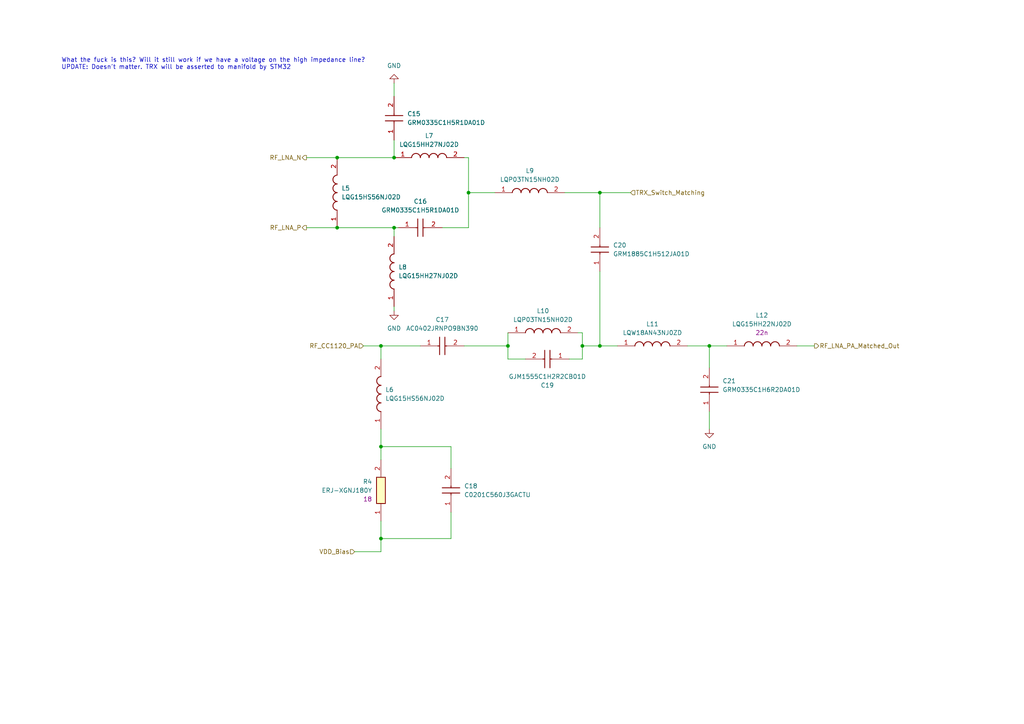
<source format=kicad_sch>
(kicad_sch (version 20230121) (generator eeschema)
  (paper "A4")
  (lib_symbols
    (symbol "Comms_system_parts:AC0402JRNPO9BN390" (pin_names hide)
      (property "Reference" "C" (at 8.89 6.35 0))
      (property "Value" "AC0402JRNPO9BN390" (at 8.89 3.81 0))
      (symbol "AC0402JRNPO9BN390_1_1"
        (polyline (pts (xy 5.08 0) (xy 5.588 0)) (stroke (width 0.254)))
        (polyline (pts (xy 5.588 2.54) (xy 5.588 -2.54)) (stroke (width 0.254)))
        (polyline (pts (xy 7.112 0) (xy 7.62 0)) (stroke (width 0.254)))
        (polyline (pts (xy 7.112 2.54) (xy 7.112 -2.54)) (stroke (width 0.254)))
        (pin passive line (at 0 0 0) (length 5.08) (name "1") (number "1"))
        (pin passive line (at 12.7 0 180) (length 5.08) (name "2") (number "2"))
      )
    )
    (symbol "Comms_system_parts:C0201C560J3GACTU" (pin_names hide)
      (property "Reference" "C" (at 8.89 6.35 0))
      (property "Value" "C0201C560J3GACTU" (at 8.89 3.81 0))
      (symbol "C0201C560J3GACTU_1_1"
        (polyline (pts (xy 5.08 0) (xy 5.588 0)) (stroke (width 0.254)))
        (polyline (pts (xy 5.588 2.54) (xy 5.588 -2.54)) (stroke (width 0.254)))
        (polyline (pts (xy 7.112 0) (xy 7.62 0)) (stroke (width 0.254)))
        (polyline (pts (xy 7.112 2.54) (xy 7.112 -2.54)) (stroke (width 0.254)))
        (pin passive line (at 0 0 0) (length 5.08) (name "1") (number "1"))
        (pin passive line (at 12.7 0 180) (length 5.08) (name "2") (number "2"))
      )
    )
    (symbol "Comms_system_parts:ERJ-XGNJ180Y" (pin_names hide)
      (property "Reference" "R" (at 13.97 8.89 0))
      (property "Value" "ERJ-XGNJ180Y" (at 13.97 6.35 0))
      (property "R" "18" (at 13.97 3.81 0))
      (symbol "ERJ-XGNJ180Y_1_1"
        (rectangle (start 5.08 1.27) (end 12.7 -1.27) (stroke (width 0.254)) (fill (type background)))
        (pin passive line (at 0 0 0) (length 5.08) (name "1") (number "1"))
        (pin passive line (at 17.78 0 180) (length 5.08) (name "2") (number "2"))
      )
    )
    (symbol "Comms_system_parts:GJM1555C1H2R2CB01D" (pin_names hide)
      (property "Reference" "C" (at 8.89 6.35 0))
      (property "Value" "GJM1555C1H2R2CB01D" (at 8.89 3.81 0))
      (symbol "GJM1555C1H2R2CB01D_1_1"
        (polyline (pts (xy 5.08 0) (xy 5.588 0)) (stroke (width 0.254)))
        (polyline (pts (xy 5.588 2.54) (xy 5.588 -2.54)) (stroke (width 0.254)))
        (polyline (pts (xy 7.112 0) (xy 7.62 0)) (stroke (width 0.254)))
        (polyline (pts (xy 7.112 2.54) (xy 7.112 -2.54)) (stroke (width 0.254)))
        (pin passive line (at 0 0 0) (length 5.08) (name "1") (number "1"))
        (pin passive line (at 12.7 0 180) (length 5.08) (name "2") (number "2"))
      )
    )
    (symbol "Comms_system_parts:GRM0335C1H5R1DA01D" (pin_names hide)
      (property "Reference" "C" (at 8.89 6.35 0))
      (property "Value" "GRM0335C1H5R1DA01D" (at 8.89 3.81 0))
      (symbol "GRM0335C1H5R1DA01D_1_1"
        (polyline (pts (xy 5.08 0) (xy 5.588 0)) (stroke (width 0.254)))
        (polyline (pts (xy 5.588 2.54) (xy 5.588 -2.54)) (stroke (width 0.254)))
        (polyline (pts (xy 7.112 0) (xy 7.62 0)) (stroke (width 0.254)))
        (polyline (pts (xy 7.112 2.54) (xy 7.112 -2.54)) (stroke (width 0.254)))
        (pin passive line (at 0 0 0) (length 5.08) (name "1") (number "1"))
        (pin passive line (at 12.7 0 180) (length 5.08) (name "2") (number "2"))
      )
    )
    (symbol "Comms_system_parts:GRM0335C1H6R2DA01D" (pin_names hide)
      (property "Reference" "C" (at 8.89 6.35 0))
      (property "Value" "GRM0335C1H6R2DA01D" (at 8.89 3.81 0))
      (property "Footprint" "comms_system_footprints:CAPC0603X33N" (at 8.89 -96.19 0))
      (symbol "GRM0335C1H6R2DA01D_1_1"
        (polyline (pts (xy 5.08 0) (xy 5.588 0)) (stroke (width 0.254)))
        (polyline (pts (xy 5.588 2.54) (xy 5.588 -2.54)) (stroke (width 0.254)))
        (polyline (pts (xy 7.112 0) (xy 7.62 0)) (stroke (width 0.254)))
        (polyline (pts (xy 7.112 2.54) (xy 7.112 -2.54)) (stroke (width 0.254)))
        (pin passive line (at 0 0 0) (length 5.08) (name "1") (number "1"))
        (pin passive line (at 12.7 0 180) (length 5.08) (name "2") (number "2"))
      )
    )
    (symbol "Comms_system_parts:GRM1885C1H512JA01D" (pin_names hide)
      (property "Reference" "C" (at 8.89 6.35 0))
      (property "Value" "GRM1885C1H512JA01D" (at 8.89 3.81 0))
      (symbol "GRM1885C1H512JA01D_1_1"
        (polyline (pts (xy 5.08 0) (xy 5.588 0)) (stroke (width 0.254)))
        (polyline (pts (xy 5.588 2.54) (xy 5.588 -2.54)) (stroke (width 0.254)))
        (polyline (pts (xy 7.112 0) (xy 7.62 0)) (stroke (width 0.254)))
        (polyline (pts (xy 7.112 2.54) (xy 7.112 -2.54)) (stroke (width 0.254)))
        (pin passive line (at 0 0 0) (length 5.08) (name "1") (number "1"))
        (pin passive line (at 12.7 0 180) (length 5.08) (name "2") (number "2"))
      )
    )
    (symbol "Comms_system_parts:LQG15HH22NJ02D" (pin_names hide)
      (property "Reference" "L" (at 16.51 8.89 0))
      (property "Value" "LQG15HH22NJ02D" (at 16.51 6.35 0))
      (property "L" "22n" (at 16.51 3.81 0))
      (symbol "LQG15HH22NJ02D_1_1"
        (arc (start 7.62 0) (mid 6.35 1.219) (end 5.08 0) (stroke (width 0.254)))
        (arc (start 10.16 0) (mid 8.89 1.219) (end 7.62 0) (stroke (width 0.254)))
        (arc (start 12.7 0) (mid 11.43 1.219) (end 10.16 0) (stroke (width 0.254)))
        (arc (start 15.24 0) (mid 13.97 1.219) (end 12.7 0) (stroke (width 0.254)))
        (pin passive line (at 0 0 0) (length 5.08) (name "1") (number "1"))
        (pin passive line (at 20.32 0 180) (length 5.08) (name "2") (number "2"))
      )
    )
    (symbol "Comms_system_parts:LQG15HH27NJ02D" (pin_names hide)
      (property "Reference" "L" (at 16.51 6.35 0))
      (property "Value" "LQG15HH27NJ02D" (at 16.51 3.81 0))
      (symbol "LQG15HH27NJ02D_1_1"
        (arc (start 7.62 0) (mid 6.35 1.219) (end 5.08 0) (stroke (width 0.254)))
        (arc (start 10.16 0) (mid 8.89 1.219) (end 7.62 0) (stroke (width 0.254)))
        (arc (start 12.7 0) (mid 11.43 1.219) (end 10.16 0) (stroke (width 0.254)))
        (arc (start 15.24 0) (mid 13.97 1.219) (end 12.7 0) (stroke (width 0.254)))
        (pin passive line (at 0 0 0) (length 5.08) (name "1") (number "1"))
        (pin passive line (at 20.32 0 180) (length 5.08) (name "2") (number "2"))
      )
    )
    (symbol "Comms_system_parts:LQG15HS56NJ02D" (pin_names hide)
      (property "Reference" "L" (at 16.51 6.35 0))
      (property "Value" "LQG15HS56NJ02D" (at 16.51 3.81 0))
      (symbol "LQG15HS56NJ02D_1_1"
        (arc (start 7.62 0) (mid 6.35 1.219) (end 5.08 0) (stroke (width 0.254)))
        (arc (start 10.16 0) (mid 8.89 1.219) (end 7.62 0) (stroke (width 0.254)))
        (arc (start 12.7 0) (mid 11.43 1.219) (end 10.16 0) (stroke (width 0.254)))
        (arc (start 15.24 0) (mid 13.97 1.219) (end 12.7 0) (stroke (width 0.254)))
        (pin passive line (at 0 0 0) (length 5.08) (name "1") (number "1"))
        (pin passive line (at 20.32 0 180) (length 5.08) (name "2") (number "2"))
      )
    )
    (symbol "Comms_system_parts:LQP03TN15NH02D" (pin_names hide)
      (property "Reference" "L" (at 16.51 6.35 0))
      (property "Value" "LQP03TN15NH02D" (at 16.51 3.81 0))
      (symbol "LQP03TN15NH02D_1_1"
        (arc (start 7.62 0) (mid 6.35 1.219) (end 5.08 0) (stroke (width 0.254)))
        (arc (start 10.16 0) (mid 8.89 1.219) (end 7.62 0) (stroke (width 0.254)))
        (arc (start 12.7 0) (mid 11.43 1.219) (end 10.16 0) (stroke (width 0.254)))
        (arc (start 15.24 0) (mid 13.97 1.219) (end 12.7 0) (stroke (width 0.254)))
        (pin passive line (at 0 0 0) (length 5.08) (name "1") (number "1"))
        (pin passive line (at 20.32 0 180) (length 5.08) (name "2") (number "2"))
      )
    )
    (symbol "Comms_system_parts:LQW18AN43NJ0ZD" (pin_names hide)
      (property "Reference" "L" (at 16.51 6.35 0))
      (property "Value" "LQW18AN43NJ0ZD" (at 16.51 3.81 0))
      (symbol "LQW18AN43NJ0ZD_1_1"
        (arc (start 7.62 0) (mid 6.35 1.219) (end 5.08 0) (stroke (width 0.254)))
        (arc (start 10.16 0) (mid 8.89 1.219) (end 7.62 0) (stroke (width 0.254)))
        (arc (start 12.7 0) (mid 11.43 1.219) (end 10.16 0) (stroke (width 0.254)))
        (arc (start 15.24 0) (mid 13.97 1.219) (end 12.7 0) (stroke (width 0.254)))
        (pin passive line (at 0 0 0) (length 5.08) (name "1") (number "1"))
        (pin passive line (at 20.32 0 180) (length 5.08) (name "2") (number "2"))
      )
    )
    (symbol "power:GND" (power) (pin_names (offset 0))
      (property "Value" "GND" (at 0 -3.81 0))
      (symbol "GND_0_1"
        (polyline (pts (xy 0 0) (xy 0 -1.27) (xy 1.27 -1.27) (xy 0 -2.54) (xy -1.27 -1.27) (xy 0 -1.27)))
      )
      (symbol "GND_1_1"
        (pin power_in line (at 0 0 270) (length 0) hide (name "GND") (number "1"))
      )
    )
  )
  (junction (at 135.89 55.88))
  (junction (at 110.49 100.33))
  (junction (at 173.99 100.33))
  (junction (at 168.91 100.33))
  (junction (at 110.49 156.21))
  (junction (at 97.79 66.04))
  (junction (at 114.3 66.04))
  (junction (at 114.3 45.72))
  (junction (at 173.99 55.88))
  (junction (at 147.32 100.33))
  (junction (at 205.74 100.33))
  (junction (at 97.79 45.72))
  (junction (at 110.49 129.54))
  (wire (pts (xy 88.9 66.04) (xy 97.79 66.04)))
  (wire (pts (xy 114.3 40.64) (xy 114.3 45.72)))
  (wire (pts (xy 168.91 100.33) (xy 173.99 100.33)))
  (wire (pts (xy 173.99 78.74) (xy 173.99 100.33)))
  (wire (pts (xy 110.49 124.46) (xy 110.49 129.54)))
  (wire (pts (xy 114.3 66.04) (xy 114.3 68.58)))
  (wire (pts (xy 205.74 100.33) (xy 210.82 100.33)))
  (wire (pts (xy 173.99 55.88) (xy 182.88 55.88)))
  (wire (pts (xy 97.79 66.04) (xy 114.3 66.04)))
  (wire (pts (xy 199.39 100.33) (xy 205.74 100.33)))
  (wire (pts (xy 102.87 160.02) (xy 110.49 160.02)))
  (wire (pts (xy 110.49 100.33) (xy 121.92 100.33)))
  (wire (pts (xy 205.74 119.38) (xy 205.74 124.46)))
  (wire (pts (xy 173.99 55.88) (xy 173.99 66.04)))
  (wire (pts (xy 110.49 151.13) (xy 110.49 156.21)))
  (wire (pts (xy 167.64 96.52) (xy 168.91 96.52)))
  (wire (pts (xy 135.89 45.72) (xy 134.62 45.72)))
  (wire (pts (xy 110.49 129.54) (xy 130.81 129.54)))
  (wire (pts (xy 135.89 55.88) (xy 143.51 55.88)))
  (wire (pts (xy 147.32 96.52) (xy 147.32 100.33)))
  (wire (pts (xy 130.81 148.59) (xy 130.81 156.21)))
  (wire (pts (xy 130.81 129.54) (xy 130.81 135.89)))
  (wire (pts (xy 110.49 160.02) (xy 110.49 156.21)))
  (wire (pts (xy 135.89 55.88) (xy 135.89 66.04)))
  (wire (pts (xy 114.3 27.94) (xy 114.3 24.13)))
  (wire (pts (xy 147.32 100.33) (xy 147.32 104.14)))
  (wire (pts (xy 147.32 104.14) (xy 152.4 104.14)))
  (wire (pts (xy 110.49 100.33) (xy 110.49 104.14)))
  (wire (pts (xy 114.3 88.9) (xy 114.3 90.17)))
  (wire (pts (xy 105.41 100.33) (xy 110.49 100.33)))
  (wire (pts (xy 168.91 96.52) (xy 168.91 100.33)))
  (wire (pts (xy 97.79 45.72) (xy 114.3 45.72)))
  (wire (pts (xy 88.9 45.72) (xy 97.79 45.72)))
  (wire (pts (xy 134.62 100.33) (xy 147.32 100.33)))
  (wire (pts (xy 163.83 55.88) (xy 173.99 55.88)))
  (wire (pts (xy 114.3 66.04) (xy 115.57 66.04)))
  (wire (pts (xy 231.14 100.33) (xy 236.22 100.33)))
  (wire (pts (xy 135.89 66.04) (xy 128.27 66.04)))
  (wire (pts (xy 110.49 129.54) (xy 110.49 133.35)))
  (wire (pts (xy 173.99 100.33) (xy 179.07 100.33)))
  (wire (pts (xy 110.49 156.21) (xy 130.81 156.21)))
  (wire (pts (xy 165.1 104.14) (xy 168.91 104.14)))
  (wire (pts (xy 135.89 45.72) (xy 135.89 55.88)))
  (wire (pts (xy 168.91 100.33) (xy 168.91 104.14)))
  (wire (pts (xy 205.74 100.33) (xy 205.74 106.68)))
  (text "What the fuck is this? Will it still work if we have a voltage on the high impedance line?\nUPDATE: Doesn't matter. TRX will be asserted to manifold by STM32\n" (at 17.78 20.32 0) (effects (font (size 1.27 1.27)) (justify left bottom)))
  (hierarchical_label "RF_LNA_PA_Matched_Out" (shape output) (at 236.22 100.33 0))
  (hierarchical_label "TRX_Switch_Matching" (shape input) (at 182.88 55.88 0))
  (hierarchical_label "RF_LNA_N" (shape output) (at 88.9 45.72 180))
  (hierarchical_label "VDD_Bias" (shape input) (at 102.87 160.02 180))
  (hierarchical_label "RF_CC1120_PA" (shape input) (at 105.41 100.33 180))
  (hierarchical_label "RF_LNA_P" (shape output) (at 88.9 66.04 180))
  (symbol (lib_id "Comms_system_parts:ERJ-XGNJ180Y") (at 110.49 151.13 270) (mirror x) (unit 1)
    (property "Reference" "R4" (at 107.95 139.7 90) (effects (justify right)))
    (property "Value" "ERJ-XGNJ180Y" (at 107.95 142.24 90) (effects (justify right)))
    (property "Footprint" "comms_system_footprints:ERJXG__01005_" (effects hide))
    (property "Datasheet" "https://industrial.panasonic.com/cdbs/www-data/pdf/RDA0000/AOA0000C301.pdf" (effects hide))
    (property "Height" "0.15" (effects hide))
    (property "Manufacturer_Name" "Panasonic" (effects hide))
    (property "Manufacturer_Part_Number" "ERJ-XGNJ180Y" (effects hide))
    (property "Mouser Part Number" "667-ERJ-XGNJ180Y" (effects hide))
    (property "Mouser Price/Stock" "https://www.mouser.co.uk/ProductDetail/Panasonic/ERJ-XGNJ180Y?qs=9gtMhpKs0nFk3pYNjHEbcQ%3D%3D" (effects hide))
    (property "R" "18" (at 107.95 144.78 90) (effects (justify right)))
  )
  (symbol (lib_id "Comms_system_parts:LQP03TN15NH02D") (at 143.51 55.88 0) (unit 1)
    (property "Reference" "L9" (at 153.67 49.53 0))
    (property "Value" "LQP03TN15NH02D" (at 153.67 52.07 0))
    (property "Footprint" "comms_system_footprints:LQP03TG3N1B02D" (effects hide))
    (property "Datasheet" "https://psearch.en.murata.com/inductor/product/LQP03TN15NH02%23.html" (effects hide))
    (property "Height" "0.33" (effects hide))
    (property "Manufacturer_Name" "Murata Electronics" (effects hide))
    (property "Manufacturer_Part_Number" "LQP03TN15NH02D" (effects hide))
    (property "Mouser Part Number" "81-LQP03TN15NH02D" (effects hide))
    (property "Mouser Price/Stock" "https://www.mouser.co.uk/ProductDetail/Murata-Electronics/LQP03TN15NH02D?qs=e%252BE4OD6MgMeWL5FI%252BNlREw%3D%3D" (effects hide))
    (property "Arrow Part Number" "LQP03TN15NH02D" (effects hide))
    (property "Arrow Price/Stock" "https://www.arrow.com/en/products/lqp03tn15nh02d/murata-manufacturing?region=nac" (effects hide))
  )
  (symbol (lib_id "Comms_system_parts:LQG15HH22NJ02D") (at 210.82 100.33 0) (unit 1)
    (property "Reference" "L12" (at 220.98 91.44 0))
    (property "Value" "LQG15HH22NJ02D" (at 220.98 93.98 0))
    (property "Footprint" "comms_system_footprints:LQG15WH0N7B02D" (effects hide))
    (property "Datasheet" "https://psearch.en.murata.com/inductor/product/LQG15HH22NJ02%23.html" (effects hide))
    (property "Height" "0.55" (effects hide))
    (property "Manufacturer_Name" "Murata Electronics" (effects hide))
    (property "Manufacturer_Part_Number" "LQG15HH22NJ02D" (effects hide))
    (property "Arrow Part Number" "LQG15HH22NJ02D" (effects hide))
    (property "Arrow Price/Stock" "https://www.arrow.com/en/products/lqg15hh22nj02d/murata-manufacturing" (effects hide))
    (property "L" "22n" (at 220.98 96.52 0))
  )
  (symbol (lib_id "Comms_system_parts:GRM0335C1H5R1DA01D") (at 115.57 66.04 0) (unit 1)
    (property "Reference" "C16" (at 121.92 58.42 0))
    (property "Value" "GRM0335C1H5R1DA01D" (at 121.92 60.96 0))
    (property "Footprint" "comms_system_footprints:CAPC0603X33N" (effects hide))
    (property "Datasheet" "http://www.murata.com/~/media/webrenewal/support/library/catalog/products/capacitor/mlcc/c02e.pdf" (effects hide))
    (property "Height" "0.33" (effects hide))
    (property "Manufacturer_Name" "Murata Electronics" (effects hide))
    (property "Manufacturer_Part_Number" "GRM0335C1H5R1DA01D" (effects hide))
  )
  (symbol (lib_id "Comms_system_parts:LQW18AN43NJ0ZD") (at 179.07 100.33 0) (unit 1)
    (property "Reference" "L11" (at 189.23 93.98 0))
    (property "Value" "LQW18AN43NJ0ZD" (at 189.23 96.52 0))
    (property "Footprint" "comms_system_footprints:LQW18AS10NG0CD" (effects hide))
    (property "Datasheet" "https://psearch.en.murata.com/inductor/product/LQW18AN43NJ0Z%23.html" (effects hide))
    (property "Height" "1" (effects hide))
    (property "Manufacturer_Name" "Murata Electronics" (effects hide))
    (property "Manufacturer_Part_Number" "LQW18AN43NJ0ZD" (effects hide))
    (property "Mouser Part Number" "81-LQW18AN43NJ0ZD" (effects hide))
    (property "Mouser Price/Stock" "https://www.mouser.com/Search/Refine.aspx?Keyword=81-LQW18AN43NJ0ZD" (effects hide))
  )
  (symbol (lib_id "Comms_system_parts:LQG15HH27NJ02D") (at 114.3 88.9 90) (unit 1)
    (property "Reference" "L8" (at 115.57 77.47 90) (effects (justify right)))
    (property "Value" "LQG15HH27NJ02D" (at 115.57 80.01 90) (effects (justify right)))
    (property "Footprint" "comms_system_footprints:LQG15WH0N7B02D" (effects hide))
    (property "Datasheet" "https://psearch.en.murata.com/inductor/product/LQG15HH27NJ02%23.html" (effects hide))
    (property "Height" "0.55" (effects hide))
    (property "Manufacturer_Name" "Murata Electronics" (effects hide))
    (property "Manufacturer_Part_Number" "LQG15HH27NJ02D" (effects hide))
    (property "Mouser Part Number" "81-LQG15HH27NJ02D" (effects hide))
    (property "Mouser Price/Stock" "https://www.mouser.co.uk/ProductDetail/Murata-Electronics/LQG15HH27NJ02D?qs=%2F%252BYoplLUB5ju6TVM7sObXw%3D%3D" (effects hide))
    (property "Arrow Part Number" "LQG15HH27NJ02D" (effects hide))
    (property "Arrow Price/Stock" "https://www.arrow.com/en/products/lqg15hh27nj02d/murata-manufacturing" (effects hide))
  )
  (symbol (lib_id "Comms_system_parts:LQG15HS56NJ02D") (at 110.49 124.46 90) (unit 1)
    (property "Reference" "L6" (at 111.76 113.03 90) (effects (justify right)))
    (property "Value" "LQG15HS56NJ02D" (at 111.76 115.57 90) (effects (justify right)))
    (property "Footprint" "comms_system_footprints:LQG15WH0N7B02D" (effects hide))
    (property "Datasheet" "https://psearch.en.murata.com/inductor/product/LQG15HS56NJ02%23.html" (effects hide))
    (property "Height" "0.55" (effects hide))
    (property "Manufacturer_Name" "Murata Electronics" (effects hide))
    (property "Manufacturer_Part_Number" "LQG15HS56NJ02D" (effects hide))
    (property "Mouser Part Number" "81-LQG15HS56NJ02D" (effects hide))
    (property "Mouser Price/Stock" "https://www.mouser.co.uk/ProductDetail/Murata-Electronics/LQG15HS56NJ02D?qs=%252BvdzeT3otYvei3jv%252B4YJWA%3D%3D" (effects hide))
    (property "Arrow Part Number" "LQG15HS56NJ02D" (effects hide))
    (property "Arrow Price/Stock" "https://www.arrow.com/en/products/lqg15hs56nj02d/murata-manufacturing" (effects hide))
  )
  (symbol (lib_id "power:GND") (at 205.74 124.46 0) (unit 1)
    (property "Reference" "#PWR053" (effects hide))
    (property "Value" "GND" (at 205.74 129.54 0))
  )
  (symbol (lib_id "Comms_system_parts:GRM0335C1H6R2DA01D") (at 205.74 119.38 90) (unit 1)
    (property "Reference" "C21" (at 209.55 110.49 90) (effects (justify right)))
    (property "Value" "GRM0335C1H6R2DA01D" (at 209.55 113.03 90) (effects (justify right)))
    (property "Footprint" "comms_system_footprints:CAPC0603X33N" (effects hide))
    (property "Datasheet" "http://www.murata.com/~/media/webrenewal/support/library/catalog/products/capacitor/mlcc/c02e.pdf" (effects hide))
    (property "Height" "0.33" (effects hide))
    (property "Manufacturer_Name" "Murata Electronics" (effects hide))
    (property "Manufacturer_Part_Number" "GRM0335C1H6R2DA01D" (effects hide))
    (property "Mouser Part Number" "81-GRM0335C1H6R2DA1D" (effects hide))
    (property "Mouser Price/Stock" "https://www.mouser.co.uk/ProductDetail/Murata-Electronics/GRM0335C1H6R2DA01D?qs=7vGxPDjevFMrF5WWuqmmjQ%3D%3D" (effects hide))
  )
  (symbol (lib_id "Comms_system_parts:C0201C560J3GACTU") (at 130.81 148.59 90) (unit 1)
    (property "Reference" "C18" (at 134.62 140.97 90) (effects (justify right)))
    (property "Value" "C0201C560J3GACTU" (at 134.62 143.51 90) (effects (justify right)))
    (property "Footprint" "comms_system_footprints:C0201" (effects hide))
    (property "Datasheet" "https://content.kemet.com/datasheets/KEM_C1003_C0G_SMD.pdf" (effects hide))
    (property "Height" "0.33" (effects hide))
    (property "Manufacturer_Name" "KEMET" (effects hide))
    (property "Manufacturer_Part_Number" "C0201C560J3GACTU" (effects hide))
    (property "Mouser Part Number" "80-C0201C560J3G" (effects hide))
    (property "Mouser Price/Stock" "https://www.mouser.com/Search/Refine.aspx?Keyword=80-C0201C560J3G" (effects hide))
    (property "Arrow Part Number" "C0201C560J3GACTU" (effects hide))
    (property "Arrow Price/Stock" "https://www.arrow.com/en/products/c0201c560j3gactu/kemet-corporation?region=nac" (effects hide))
  )
  (symbol (lib_id "Comms_system_parts:LQG15HH27NJ02D") (at 114.3 45.72 0) (unit 1)
    (property "Reference" "L7" (at 124.46 39.37 0))
    (property "Value" "LQG15HH27NJ02D" (at 124.46 41.91 0))
    (property "Footprint" "comms_system_footprints:LQG15WH0N7B02D" (effects hide))
    (property "Datasheet" "https://psearch.en.murata.com/inductor/product/LQG15HH27NJ02%23.html" (effects hide))
    (property "Height" "0.55" (effects hide))
    (property "Manufacturer_Name" "Murata Electronics" (effects hide))
    (property "Manufacturer_Part_Number" "LQG15HH27NJ02D" (effects hide))
    (property "Mouser Part Number" "81-LQG15HH27NJ02D" (effects hide))
    (property "Mouser Price/Stock" "https://www.mouser.co.uk/ProductDetail/Murata-Electronics/LQG15HH27NJ02D?qs=%2F%252BYoplLUB5ju6TVM7sObXw%3D%3D" (effects hide))
    (property "Arrow Part Number" "LQG15HH27NJ02D" (effects hide))
    (property "Arrow Price/Stock" "https://www.arrow.com/en/products/lqg15hh27nj02d/murata-manufacturing" (effects hide))
  )
  (symbol (lib_id "power:GND") (at 114.3 90.17 0) (unit 1)
    (property "Reference" "#PWR052" (effects hide))
    (property "Value" "GND" (at 114.3 95.25 0))
  )
  (symbol (lib_id "power:GND") (at 114.3 24.13 0) (mirror x) (unit 1)
    (property "Reference" "#PWR051" (effects hide))
    (property "Value" "GND" (at 114.3 19.05 0))
  )
  (symbol (lib_id "Comms_system_parts:GRM0335C1H5R1DA01D") (at 114.3 40.64 90) (unit 1)
    (property "Reference" "C15" (at 118.11 33.02 90) (effects (justify right)))
    (property "Value" "GRM0335C1H5R1DA01D" (at 118.11 35.56 90) (effects (justify right)))
    (property "Footprint" "comms_system_footprints:CAPC0603X33N" (effects hide))
    (property "Datasheet" "http://www.murata.com/~/media/webrenewal/support/library/catalog/products/capacitor/mlcc/c02e.pdf" (effects hide))
    (property "Height" "0.33" (effects hide))
    (property "Manufacturer_Name" "Murata Electronics" (effects hide))
    (property "Manufacturer_Part_Number" "GRM0335C1H5R1DA01D" (effects hide))
  )
  (symbol (lib_id "Comms_system_parts:LQP03TN15NH02D") (at 147.32 96.52 0) (unit 1)
    (property "Reference" "L10" (at 157.48 90.17 0))
    (property "Value" "LQP03TN15NH02D" (at 157.48 92.71 0))
    (property "Footprint" "comms_system_footprints:LQP03TG3N1B02D" (effects hide))
    (property "Datasheet" "https://psearch.en.murata.com/inductor/product/LQP03TN15NH02%23.html" (effects hide))
    (property "Height" "0.33" (effects hide))
    (property "Manufacturer_Name" "Murata Electronics" (effects hide))
    (property "Manufacturer_Part_Number" "LQP03TN15NH02D" (effects hide))
    (property "Mouser Part Number" "81-LQP03TN15NH02D" (effects hide))
    (property "Mouser Price/Stock" "https://www.mouser.co.uk/ProductDetail/Murata-Electronics/LQP03TN15NH02D?qs=e%252BE4OD6MgMeWL5FI%252BNlREw%3D%3D" (effects hide))
    (property "Arrow Part Number" "LQP03TN15NH02D" (effects hide))
    (property "Arrow Price/Stock" "https://www.arrow.com/en/products/lqp03tn15nh02d/murata-manufacturing?region=nac" (effects hide))
  )
  (symbol (lib_id "Comms_system_parts:AC0402JRNPO9BN390") (at 121.92 100.33 0) (unit 1)
    (property "Reference" "C17" (at 128.27 92.71 0))
    (property "Value" "AC0402JRNPO9BN390" (at 128.27 95.25 0))
    (property "Footprint" "comms_system_footprints:CAPC1005X55N" (effects hide))
    (property "Datasheet" "https://componentsearchengine.com/Datasheets/1/AC0402JRNPO9BN390.pdf" (effects hide))
    (property "Height" "0.55" (effects hide))
    (property "Manufacturer_Name" "KEMET" (effects hide))
    (property "Manufacturer_Part_Number" "AC0402JRNPO9BN390" (effects hide))
    (property "Mouser Part Number" "603-AC0402JRNP9BN390" (effects hide))
    (property "Mouser Price/Stock" "https://www.mouser.com/Search/Refine.aspx?Keyword=603-AC0402JRNP9BN390" (effects hide))
  )
  (symbol (lib_id "Comms_system_parts:GJM1555C1H2R2CB01D") (at 165.1 104.14 180) (unit 1)
    (property "Reference" "C19" (at 158.75 111.76 0))
    (property "Value" "GJM1555C1H2R2CB01D" (at 158.75 109.22 0))
    (property "Footprint" "comms_system_footprints:CAPC1005X55N" (effects hide))
    (property "Datasheet" "https://psearch.en.murata.com/capacitor/product/GJM1555C1H2R2CB01%23.html" (effects hide))
    (property "Height" "0.55" (effects hide))
    (property "Manufacturer_Name" "Murata Electronics" (effects hide))
    (property "Manufacturer_Part_Number" "GJM1555C1H2R2CB01D" (effects hide))
    (property "Mouser Part Number" "81-GJM1555C1H2R2CB1D" (effects hide))
    (property "Mouser Price/Stock" "https://www.mouser.com/Search/Refine.aspx?Keyword=81-GJM1555C1H2R2CB1D" (effects hide))
    (property "Arrow Part Number" "GJM1555C1H2R2CB01D" (effects hide))
    (property "Arrow Price/Stock" "https://www.arrow.com/en/products/gjm1555c1h2r2cb01d/murata-manufacturing" (effects hide))
  )
  (symbol (lib_id "Comms_system_parts:GRM1885C1H512JA01D") (at 173.99 78.74 90) (unit 1)
    (property "Reference" "C20" (at 177.8 71.12 90) (effects (justify right)))
    (property "Value" "GRM1885C1H512JA01D" (at 177.8 73.66 90) (effects (justify right)))
    (property "Footprint" "comms_system_footprints:CAPC1608X90N" (effects hide))
    (property "Datasheet" "https://www.murata.com/ja-jp/products/productdetail?partno=GRM1885C1H512JA01%23" (effects hide))
    (property "Height" "0.9" (effects hide))
    (property "Manufacturer_Name" "Murata Electronics" (effects hide))
    (property "Manufacturer_Part_Number" "GRM1885C1H512JA01D" (effects hide))
  )
  (symbol (lib_id "Comms_system_parts:LQG15HS56NJ02D") (at 97.79 66.04 90) (unit 1)
    (property "Reference" "L5" (at 99.06 54.61 90) (effects (justify right)))
    (property "Value" "LQG15HS56NJ02D" (at 99.06 57.15 90) (effects (justify right)))
    (property "Footprint" "comms_system_footprints:LQG15WH0N7B02D" (effects hide))
    (property "Datasheet" "https://psearch.en.murata.com/inductor/product/LQG15HS56NJ02%23.html" (effects hide))
    (property "Height" "0.55" (effects hide))
    (property "Manufacturer_Name" "Murata Electronics" (effects hide))
    (property "Manufacturer_Part_Number" "LQG15HS56NJ02D" (effects hide))
    (property "Mouser Part Number" "81-LQG15HS56NJ02D" (effects hide))
    (property "Mouser Price/Stock" "https://www.mouser.co.uk/ProductDetail/Murata-Electronics/LQG15HS56NJ02D?qs=%252BvdzeT3otYvei3jv%252B4YJWA%3D%3D" (effects hide))
    (property "Arrow Part Number" "LQG15HS56NJ02D" (effects hide))
    (property "Arrow Price/Stock" "https://www.arrow.com/en/products/lqg15hs56nj02d/murata-manufacturing" (effects hide))
  )
)
</source>
